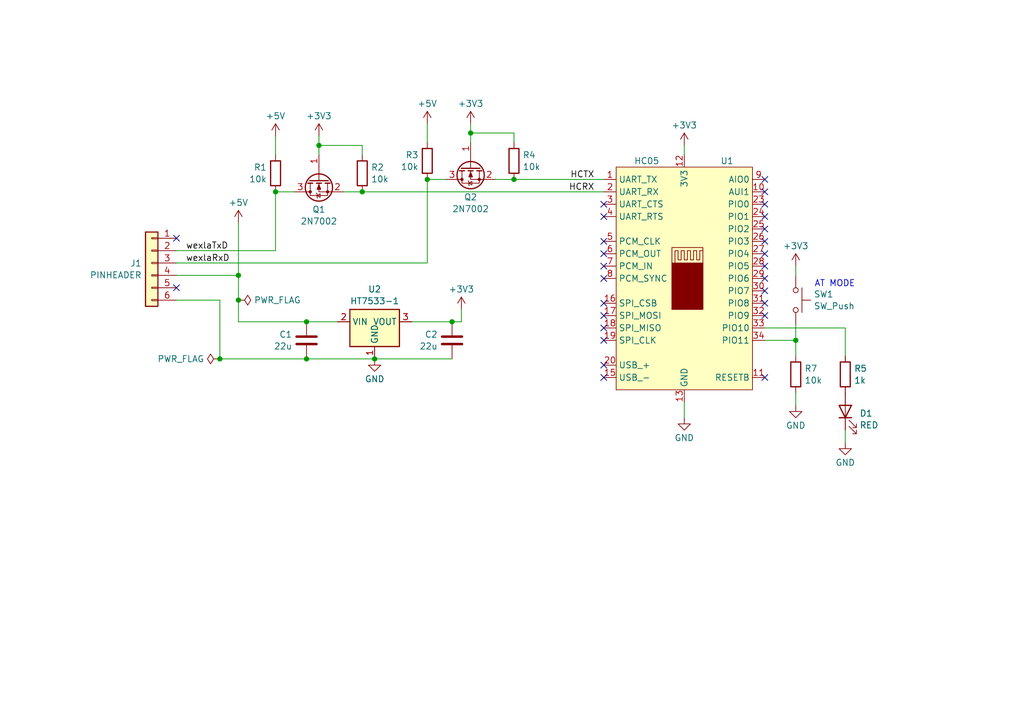
<source format=kicad_sch>
(kicad_sch (version 20230121) (generator eeschema)
  (paper "A5")
  (title_block (title "hWexla Wireless Diagnostic Adapter") (date "2024-02-27") (rev "1.1") (company "Model Railroader Club Brno I – KMŽ Brno I – https://kmz-brno.cz/") (comment 1 "Jan Horáček") (comment 2 "https://github.com/kmzbrnoI/hwexla") (comment 3 "https://creativecommons.org/licenses/by-sa/4.0/") (comment 4 "Released under the Creative Commons Attribution-ShareAlike 4.0 License"))
  (lib_symbols
    (symbol "Connector_Generic:Conn_01x06" (pin_names (offset 1.016) hide)
      (property "Reference" "J" (at 0 7.62 0))
      (property "Value" "Conn_01x06" (at 0 -10.16 0))
      (symbol "Conn_01x06_1_1"
        (rectangle (start -1.27 -7.493) (end 0 -7.747) (stroke (width 0.1524)))
        (rectangle (start -1.27 -4.953) (end 0 -5.207) (stroke (width 0.1524)))
        (rectangle (start -1.27 -2.413) (end 0 -2.667) (stroke (width 0.1524)))
        (rectangle (start -1.27 0.127) (end 0 -0.127) (stroke (width 0.1524)))
        (rectangle (start -1.27 2.667) (end 0 2.413) (stroke (width 0.1524)))
        (rectangle (start -1.27 5.207) (end 0 4.953) (stroke (width 0.1524)))
        (rectangle (start -1.27 6.35) (end 1.27 -8.89) (stroke (width 0.254)) (fill (type background)))
        (pin passive line (at -5.08 5.08 0) (length 3.81) (name "Pin_1") (number "1"))
        (pin passive line (at -5.08 2.54 0) (length 3.81) (name "Pin_2") (number "2"))
        (pin passive line (at -5.08 0 0) (length 3.81) (name "Pin_3") (number "3"))
        (pin passive line (at -5.08 -2.54 0) (length 3.81) (name "Pin_4") (number "4"))
        (pin passive line (at -5.08 -5.08 0) (length 3.81) (name "Pin_5") (number "5"))
        (pin passive line (at -5.08 -7.62 0) (length 3.81) (name "Pin_6") (number "6"))
      )
    )
    (symbol "Device:C" (pin_numbers hide) (pin_names (offset 0.254))
      (property "Reference" "C" (at 0.635 2.54 0))
      (property "Value" "C" (at 0.635 -2.54 0))
      (symbol "C_0_1"
        (polyline (pts (xy -2.032 -0.762) (xy 2.032 -0.762)) (stroke (width 0.508)))
        (polyline (pts (xy -2.032 0.762) (xy 2.032 0.762)) (stroke (width 0.508)))
      )
      (symbol "C_1_1"
        (pin passive line (at 0 3.81 270) (length 2.794) (name "~") (number "1"))
        (pin passive line (at 0 -3.81 90) (length 2.794) (name "~") (number "2"))
      )
    )
    (symbol "Device:LED" (pin_numbers hide) (pin_names (offset 1.016) hide)
      (property "Reference" "D" (at 0 2.54 0))
      (property "Value" "LED" (at 0 -2.54 0))
      (symbol "LED_0_1"
        (polyline (pts (xy -1.27 -1.27) (xy -1.27 1.27)) (stroke (width 0.254)))
        (polyline (pts (xy -1.27 0) (xy 1.27 0)))
        (polyline (pts (xy 1.27 -1.27) (xy 1.27 1.27) (xy -1.27 0) (xy 1.27 -1.27)) (stroke (width 0.254)))
        (polyline (pts (xy -3.048 -0.762) (xy -4.572 -2.286) (xy -3.81 -2.286) (xy -4.572 -2.286) (xy -4.572 -1.524)))
        (polyline (pts (xy -1.778 -0.762) (xy -3.302 -2.286) (xy -2.54 -2.286) (xy -3.302 -2.286) (xy -3.302 -1.524)))
      )
      (symbol "LED_1_1"
        (pin passive line (at -3.81 0 0) (length 2.54) (name "K") (number "1"))
        (pin passive line (at 3.81 0 180) (length 2.54) (name "A") (number "2"))
      )
    )
    (symbol "Device:R" (pin_numbers hide) (pin_names (offset 0))
      (property "Reference" "R" (at 2.032 0 90))
      (property "Value" "R" (at 0 0 90))
      (symbol "R_0_1"
        (rectangle (start -1.016 -2.54) (end 1.016 2.54) (stroke (width 0.254)))
      )
      (symbol "R_1_1"
        (pin passive line (at 0 3.81 270) (length 1.27) (name "~") (number "1"))
        (pin passive line (at 0 -3.81 90) (length 1.27) (name "~") (number "2"))
      )
    )
    (symbol "Regulator_Linear:HT75xx-1-SOT89"
      (property "Reference" "U" (at -5.08 -3.81 0))
      (property "Value" "HT75xx-1-SOT89" (at 0 6.35 0))
      (symbol "HT75xx-1-SOT89_0_1"
        (rectangle (start -5.08 5.08) (end 5.08 -2.54) (stroke (width 0.254)) (fill (type background)))
      )
      (symbol "HT75xx-1-SOT89_1_1"
        (pin power_in line (at 0 -5.08 90) (length 2.54) (name "GND") (number "1"))
        (pin power_in line (at -7.62 2.54 0) (length 2.54) (name "VIN") (number "2"))
        (pin power_out line (at 7.62 2.54 180) (length 2.54) (name "VOUT") (number "3"))
      )
    )
    (symbol "Switch:SW_Push" (pin_numbers hide) (pin_names (offset 1.016) hide)
      (property "Reference" "SW" (at 1.27 2.54 0))
      (property "Value" "SW_Push" (at 0 -1.524 0))
      (symbol "SW_Push_0_1"
        (circle (center -2.032 0) (radius 0.508))
        (polyline (pts (xy 0 1.27) (xy 0 3.048)))
        (polyline (pts (xy 2.54 1.27) (xy -2.54 1.27)))
        (circle (center 2.032 0) (radius 0.508))
        (pin passive line (at -5.08 0 0) (length 2.54) (name "1") (number "1"))
        (pin passive line (at 5.08 0 180) (length 2.54) (name "2") (number "2"))
      )
    )
    (symbol "Transistor_FET:2N7002" (pin_names hide)
      (property "Reference" "Q" (at 5.08 1.905 0))
      (property "Value" "2N7002" (at 5.08 0 0))
      (symbol "2N7002_0_1"
        (polyline (pts (xy 0.254 0) (xy -2.54 0)))
        (polyline (pts (xy 0.254 1.905) (xy 0.254 -1.905)) (stroke (width 0.254)))
        (polyline (pts (xy 0.762 -1.27) (xy 0.762 -2.286)) (stroke (width 0.254)))
        (polyline (pts (xy 0.762 0.508) (xy 0.762 -0.508)) (stroke (width 0.254)))
        (polyline (pts (xy 0.762 2.286) (xy 0.762 1.27)) (stroke (width 0.254)))
        (polyline (pts (xy 2.54 2.54) (xy 2.54 1.778)))
        (polyline (pts (xy 2.54 -2.54) (xy 2.54 0) (xy 0.762 0)))
        (polyline (pts (xy 0.762 -1.778) (xy 3.302 -1.778) (xy 3.302 1.778) (xy 0.762 1.778)))
        (polyline (pts (xy 1.016 0) (xy 2.032 0.381) (xy 2.032 -0.381) (xy 1.016 0)) (fill (type outline)))
        (polyline (pts (xy 2.794 0.508) (xy 2.921 0.381) (xy 3.683 0.381) (xy 3.81 0.254)))
        (polyline (pts (xy 3.302 0.381) (xy 2.921 -0.254) (xy 3.683 -0.254) (xy 3.302 0.381)))
        (circle (center 1.651 0) (radius 2.794) (stroke (width 0.254)))
        (circle (center 2.54 -1.778) (radius 0.254) (fill (type outline)))
        (circle (center 2.54 1.778) (radius 0.254) (fill (type outline)))
      )
      (symbol "2N7002_1_1"
        (pin input line (at -5.08 0 0) (length 2.54) (name "G") (number "1"))
        (pin passive line (at 2.54 -5.08 90) (length 2.54) (name "S") (number "2"))
        (pin passive line (at 2.54 5.08 270) (length 2.54) (name "D") (number "3"))
      )
    )
    (symbol "hc05:HC05"
      (property "Reference" "U" (at 0 2.54 0))
      (property "Value" "HC05" (at 0 0 0))
      (symbol "HC05_1_1"
        (rectangle (start -5.08 -1.27) (end 22.86 -46.99) (fill (type background)))
        (polyline (pts (xy 10.795 -20.955) (xy 10.795 -18.415) (xy 10.16 -18.415) (xy 10.16 -20.32) (xy 9.525 -20.32) (xy 9.525 -18.415) (xy 8.89 -18.415) (xy 8.89 -20.32) (xy 8.255 -20.32) (xy 8.255 -18.415) (xy 7.62 -18.415) (xy 7.62 -20.32) (xy 6.985 -20.32) (xy 6.985 -18.415) (xy 6.35 -18.415) (xy 6.35 -20.32) (xy 5.715 -20.32) (xy 5.715 -18.415) (xy 5.08 -18.415)))
        (rectangle (start 5.08 -20.955) (end 11.43 -30.48) (fill (type outline)))
        (rectangle (start 5.08 -17.78) (end 11.43 -30.48))
        (pin output line (at 25.4 -3.81 180) (length 2.54) (name "UART_TX") (number "1"))
        (pin bidirectional line (at -7.62 -6.35 0) (length 2.54) (name "AUI1") (number "10"))
        (pin input line (at -7.62 -44.45 0) (length 2.54) (name "RESETB") (number "11"))
        (pin power_in line (at 8.89 1.27 270) (length 2.54) (name "3V3") (number "12"))
        (pin power_in line (at 8.89 -49.53 90) (length 2.54) (name "GND") (number "13"))
        (pin bidirectional line (at 25.4 -44.45 180) (length 2.54) (name "USB_-") (number "15"))
        (pin input line (at 25.4 -29.21 180) (length 2.54) (name "SPI_CSB") (number "16"))
        (pin input line (at 25.4 -31.75 180) (length 2.54) (name "SPI_MOSI") (number "17"))
        (pin input line (at 25.4 -34.29 180) (length 2.54) (name "SPI_MISO") (number "18"))
        (pin input line (at 25.4 -36.83 180) (length 2.54) (name "SPI_CLK") (number "19"))
        (pin input line (at 25.4 -6.35 180) (length 2.54) (name "UART_RX") (number "2"))
        (pin bidirectional line (at 25.4 -41.91 180) (length 2.54) (name "USB_+") (number "20"))
        (pin power_in line (at 8.89 -49.53 90) (length 2.54) hide (name "GND") (number "21"))
        (pin power_in line (at 8.89 -49.53 90) (length 2.54) hide (name "GND") (number "22"))
        (pin bidirectional line (at -7.62 -8.89 0) (length 2.54) (name "PIO0") (number "23"))
        (pin bidirectional line (at -7.62 -11.43 0) (length 2.54) (name "PIO1") (number "24"))
        (pin bidirectional line (at -7.62 -13.97 0) (length 2.54) (name "PIO2") (number "25"))
        (pin bidirectional line (at -7.62 -16.51 0) (length 2.54) (name "PIO3") (number "26"))
        (pin bidirectional line (at -7.62 -19.05 0) (length 2.54) (name "PIO4") (number "27"))
        (pin bidirectional line (at -7.62 -21.59 0) (length 2.54) (name "PIO5") (number "28"))
        (pin bidirectional line (at -7.62 -24.13 0) (length 2.54) (name "PIO6") (number "29"))
        (pin input line (at 25.4 -8.89 180) (length 2.54) (name "UART_CTS") (number "3"))
        (pin bidirectional line (at -7.62 -26.67 0) (length 2.54) (name "PIO7") (number "30"))
        (pin bidirectional line (at -7.62 -29.21 0) (length 2.54) (name "PIO8") (number "31"))
        (pin bidirectional line (at -7.62 -31.75 0) (length 2.54) (name "PIO9") (number "32"))
        (pin bidirectional line (at -7.62 -34.29 0) (length 2.54) (name "PIO10") (number "33"))
        (pin bidirectional line (at -7.62 -36.83 0) (length 2.54) (name "PIO11") (number "34"))
        (pin output line (at 25.4 -11.43 180) (length 2.54) (name "UART_RTS") (number "4"))
        (pin bidirectional line (at 25.4 -16.51 180) (length 2.54) (name "PCM_CLK") (number "5"))
        (pin output line (at 25.4 -19.05 180) (length 2.54) (name "PCM_OUT") (number "6"))
        (pin input line (at 25.4 -21.59 180) (length 2.54) (name "PCM_IN") (number "7"))
        (pin bidirectional line (at 25.4 -24.13 180) (length 2.54) (name "PCM_SYNC") (number "8"))
        (pin bidirectional line (at -7.62 -3.81 0) (length 2.54) (name "AIO0") (number "9"))
      )
    )
    (symbol "power:+3V3" (power) (pin_names (offset 0))
      (property "Value" "+3V3" (at 0 3.556 0))
      (symbol "+3V3_0_1"
        (polyline (pts (xy -0.762 1.27) (xy 0 2.54)))
        (polyline (pts (xy 0 0) (xy 0 2.54)))
        (polyline (pts (xy 0 2.54) (xy 0.762 1.27)))
      )
      (symbol "+3V3_1_1"
        (pin power_in line (at 0 0 90) (length 0) hide (name "+3V3") (number "1"))
      )
    )
    (symbol "power:+5V" (power) (pin_names (offset 0))
      (property "Value" "+5V" (at 0 3.556 0))
      (symbol "+5V_0_1"
        (polyline (pts (xy -0.762 1.27) (xy 0 2.54)))
        (polyline (pts (xy 0 0) (xy 0 2.54)))
        (polyline (pts (xy 0 2.54) (xy 0.762 1.27)))
      )
      (symbol "+5V_1_1"
        (pin power_in line (at 0 0 90) (length 0) hide (name "+5V") (number "1"))
      )
    )
    (symbol "power:GND" (power) (pin_names (offset 0))
      (property "Value" "GND" (at 0 -3.81 0))
      (symbol "GND_0_1"
        (polyline (pts (xy 0 0) (xy 0 -1.27) (xy 1.27 -1.27) (xy 0 -2.54) (xy -1.27 -1.27) (xy 0 -1.27)))
      )
      (symbol "GND_1_1"
        (pin power_in line (at 0 0 270) (length 0) hide (name "GND") (number "1"))
      )
    )
    (symbol "power:PWR_FLAG" (power) (pin_numbers hide) (pin_names (offset 0) hide)
      (property "Value" "PWR_FLAG" (at 0 3.81 0))
      (symbol "PWR_FLAG_0_0"
        (pin power_out line (at 0 0 90) (length 0) (name "pwr") (number "1"))
      )
      (symbol "PWR_FLAG_0_1"
        (polyline (pts (xy 0 0) (xy 0 1.27) (xy -1.016 1.905) (xy 0 2.54) (xy 1.016 1.905) (xy 0 1.27)))
      )
    )
  )
  (junction (at 87.63 36.83))
  (junction (at 48.895 61.595))
  (junction (at 62.865 66.04))
  (junction (at 65.405 29.845))
  (junction (at 96.52 27.305))
  (junction (at 92.71 66.04))
  (junction (at 105.41 36.83))
  (junction (at 45.085 73.66))
  (junction (at 48.895 56.515))
  (junction (at 62.865 73.66))
  (junction (at 163.195 69.85))
  (junction (at 74.295 39.37))
  (junction (at 56.515 39.37))
  (junction (at 76.835 73.66))
  (no_connect (at 156.845 59.69))
  (no_connect (at 156.845 77.47))
  (no_connect (at 123.825 57.15))
  (no_connect (at 123.825 52.07))
  (no_connect (at 156.845 39.37))
  (no_connect (at 156.845 36.83))
  (no_connect (at 123.825 69.85))
  (no_connect (at 123.825 54.61))
  (no_connect (at 156.845 57.15))
  (no_connect (at 156.845 49.53))
  (no_connect (at 156.845 41.91))
  (no_connect (at 123.825 64.77))
  (no_connect (at 156.845 46.99))
  (no_connect (at 36.195 48.895))
  (no_connect (at 123.825 67.31))
  (no_connect (at 123.825 41.91))
  (no_connect (at 36.195 59.055))
  (no_connect (at 156.845 64.77))
  (no_connect (at 156.845 54.61))
  (no_connect (at 156.845 52.07))
  (no_connect (at 123.825 74.93))
  (no_connect (at 156.845 44.45))
  (no_connect (at 123.825 49.53))
  (no_connect (at 123.825 77.47))
  (no_connect (at 123.825 44.45))
  (no_connect (at 156.845 62.23))
  (no_connect (at 123.825 62.23))
  (wire (pts (xy 96.52 27.305) (xy 96.52 29.21)))
  (wire (pts (xy 62.865 73.66) (xy 76.835 73.66)))
  (wire (pts (xy 163.195 80.645) (xy 163.195 83.185)))
  (wire (pts (xy 48.895 61.595) (xy 48.895 56.515)))
  (wire (pts (xy 173.355 67.31) (xy 173.355 73.025)))
  (wire (pts (xy 74.295 29.845) (xy 65.405 29.845)))
  (wire (pts (xy 96.52 25.4) (xy 96.52 27.305)))
  (wire (pts (xy 76.835 73.66) (xy 92.71 73.66)))
  (wire (pts (xy 36.195 51.435) (xy 56.515 51.435)))
  (wire (pts (xy 84.455 66.04) (xy 92.71 66.04)))
  (wire (pts (xy 65.405 29.845) (xy 65.405 31.75)))
  (wire (pts (xy 91.44 36.83) (xy 87.63 36.83)))
  (wire (pts (xy 92.71 66.04) (xy 94.615 66.04)))
  (wire (pts (xy 62.865 66.04) (xy 69.215 66.04)))
  (wire (pts (xy 48.895 66.04) (xy 48.895 61.595)))
  (wire (pts (xy 105.41 29.21) (xy 105.41 27.305)))
  (wire (pts (xy 70.485 39.37) (xy 74.295 39.37)))
  (wire (pts (xy 48.895 66.04) (xy 62.865 66.04)))
  (wire (pts (xy 163.195 54.61) (xy 163.195 56.515)))
  (wire (pts (xy 56.515 27.94) (xy 56.515 31.75)))
  (wire (pts (xy 163.195 69.85) (xy 163.195 73.025)))
  (wire (pts (xy 105.41 27.305) (xy 96.52 27.305)))
  (wire (pts (xy 48.895 56.515) (xy 36.195 56.515)))
  (wire (pts (xy 140.335 85.725) (xy 140.335 82.55)))
  (wire (pts (xy 94.615 63.5) (xy 94.615 66.04)))
  (wire (pts (xy 74.295 39.37) (xy 123.825 39.37)))
  (wire (pts (xy 140.335 29.845) (xy 140.335 31.75)))
  (wire (pts (xy 87.63 25.4) (xy 87.63 29.21)))
  (wire (pts (xy 45.085 73.66) (xy 45.085 61.595)))
  (wire (pts (xy 156.845 69.85) (xy 163.195 69.85)))
  (wire (pts (xy 87.63 36.83) (xy 87.63 53.975)))
  (wire (pts (xy 74.295 31.75) (xy 74.295 29.845)))
  (wire (pts (xy 60.325 39.37) (xy 56.515 39.37)))
  (wire (pts (xy 105.41 36.83) (xy 123.825 36.83)))
  (wire (pts (xy 48.895 45.72) (xy 48.895 56.515)))
  (wire (pts (xy 163.195 69.85) (xy 163.195 66.675)))
  (wire (pts (xy 156.845 67.31) (xy 173.355 67.31)))
  (wire (pts (xy 56.515 39.37) (xy 56.515 51.435)))
  (wire (pts (xy 173.355 88.265) (xy 173.355 90.805)))
  (wire (pts (xy 36.195 53.975) (xy 87.63 53.975)))
  (wire (pts (xy 101.6 36.83) (xy 105.41 36.83)))
  (wire (pts (xy 45.085 73.66) (xy 62.865 73.66)))
  (wire (pts (xy 45.085 61.595) (xy 36.195 61.595)))
  (wire (pts (xy 65.405 27.94) (xy 65.405 29.845)))
  (text "AT MODE" (at 167.005 59.055 0) (effects (font (size 1.27 1.27)) (justify left bottom)))
  (label "wexlaRxD" (at 38.1 53.975 0))
  (label "HCTX" (at 121.92 36.83 180))
  (label "wexlaTxD" (at 38.1 51.435 0))
  (label "HCRX" (at 121.92 39.37 180))
  (symbol (lib_id "Device:R") (at 56.515 35.56 0) (mirror y) (unit 1)
    (property "Reference" "R1" (at 54.737 34.3479 0) (effects (justify left)))
    (property "Value" "10k" (at 54.737 36.7721 0) (effects (justify left)))
    (property "Footprint" "Resistor_SMD:R_0805_2012Metric" (effects hide))
  )
  (symbol (lib_id "Device:R") (at 87.63 33.02 0) (mirror y) (unit 1)
    (property "Reference" "R3" (at 85.852 31.8079 0) (effects (justify left)))
    (property "Value" "10k" (at 85.852 34.2321 0) (effects (justify left)))
    (property "Footprint" "Resistor_SMD:R_0805_2012Metric" (effects hide))
  )
  (symbol (lib_id "Device:LED") (at 173.355 84.455 90) (unit 1)
    (property "Reference" "D1" (at 176.276 84.8304 90) (effects (justify right)))
    (property "Value" "RED" (at 176.276 87.2546 90) (effects (justify right)))
    (property "Footprint" "LED_SMD:LED_0805_2012Metric" (effects hide))
  )
  (symbol (lib_id "power:+3V3") (at 163.195 54.61 0) (unit 1)
    (property "Reference" "#PWR010" (effects hide))
    (property "Value" "+3V3" (at 163.195 50.4769 0))
  )
  (symbol (lib_id "power:+3V3") (at 96.52 25.4 0) (unit 1)
    (property "Reference" "#PWR09" (effects hide))
    (property "Value" "+3V3" (at 96.52 21.2669 0))
  )
  (symbol (lib_id "Connector_Generic:Conn_01x06") (at 31.115 53.975 0) (mirror y) (unit 1)
    (property "Reference" "J1" (at 29.083 54.0329 0) (effects (justify left)))
    (property "Value" "PINHEADER" (at 29.083 56.4571 0) (effects (justify left)))
    (property "Footprint" "Connector_PinHeader_2.54mm:PinHeader_1x06_P2.54mm_Vertical_SMD_Pin1Left" (effects hide))
  )
  (symbol (lib_id "power:PWR_FLAG") (at 48.895 61.595 270) (unit 1)
    (property "Reference" "#FLG01" (effects hide))
    (property "Value" "PWR_FLAG" (at 52.07 61.595 90) (effects (justify left)))
  )
  (symbol (lib_id "power:GND") (at 163.195 83.185 0) (unit 1)
    (property "Reference" "#PWR013" (effects hide))
    (property "Value" "GND" (at 163.195 87.3181 0))
  )
  (symbol (lib_id "Transistor_FET:2N7002") (at 96.52 34.29 90) (mirror x) (unit 1)
    (property "Reference" "Q2" (at 96.52 40.4551 90))
    (property "Value" "2N7002" (at 96.52 42.8793 90))
    (property "Footprint" "Package_TO_SOT_SMD:SOT-23" (effects hide))
    (property "Datasheet" "https://www.onsemi.com/pub/Collateral/NDS7002A-D.PDF" (effects hide))
  )
  (symbol (lib_id "power:+5V") (at 87.63 25.4 0) (mirror y) (unit 1)
    (property "Reference" "#PWR08" (effects hide))
    (property "Value" "+5V" (at 87.63 21.2669 0))
  )
  (symbol (lib_id "power:PWR_FLAG") (at 45.085 73.66 90) (unit 1)
    (property "Reference" "#FLG02" (effects hide))
    (property "Value" "PWR_FLAG" (at 41.9101 73.66 90) (effects (justify left)))
  )
  (symbol (lib_id "power:+3V3") (at 65.405 27.94 0) (unit 1)
    (property "Reference" "#PWR01" (effects hide))
    (property "Value" "+3V3" (at 65.405 23.8069 0))
  )
  (symbol (lib_id "power:+5V") (at 48.895 45.72 0) (mirror y) (unit 1)
    (property "Reference" "#PWR02" (effects hide))
    (property "Value" "+5V" (at 48.895 41.5869 0))
  )
  (symbol (lib_id "Transistor_FET:2N7002") (at 65.405 36.83 90) (mirror x) (unit 1)
    (property "Reference" "Q1" (at 65.405 42.9951 90))
    (property "Value" "2N7002" (at 65.405 45.4193 90))
    (property "Footprint" "Package_TO_SOT_SMD:SOT-23" (effects hide))
    (property "Datasheet" "https://www.onsemi.com/pub/Collateral/NDS7002A-D.PDF" (effects hide))
  )
  (symbol (lib_id "Switch:SW_Push") (at 163.195 61.595 270) (unit 1)
    (property "Reference" "SW1" (at 166.878 60.3829 90) (effects (justify left)))
    (property "Value" "SW_Push" (at 166.878 62.8071 90) (effects (justify left)))
    (property "Footprint" "Button_Switch_SMD:SW_SPST_EVQPE1" (effects hide))
  )
  (symbol (lib_id "Device:R") (at 105.41 33.02 0) (unit 1)
    (property "Reference" "R4" (at 107.188 31.8079 0) (effects (justify left)))
    (property "Value" "10k" (at 107.188 34.2321 0) (effects (justify left)))
    (property "Footprint" "Resistor_SMD:R_0805_2012Metric" (effects hide))
  )
  (symbol (lib_id "power:+3V3") (at 140.335 29.845 0) (unit 1)
    (property "Reference" "#PWR06" (effects hide))
    (property "Value" "+3V3" (at 140.335 25.7119 0))
  )
  (symbol (lib_id "power:GND") (at 173.355 90.805 0) (unit 1)
    (property "Reference" "#PWR011" (effects hide))
    (property "Value" "GND" (at 173.355 94.9381 0))
  )
  (symbol (lib_id "Regulator_Linear:HT75xx-1-SOT89") (at 76.835 68.58 0) (unit 1)
    (property "Reference" "U2" (at 76.835 59.3557 0))
    (property "Value" "HT7533-1" (at 76.835 61.7799 0))
    (property "Footprint" "Package_TO_SOT_SMD:SOT-89-3" (effects hide))
    (property "Datasheet" "https://www.holtek.com/documents/10179/116711/HT75xx-1v250.pdf" (effects hide))
  )
  (symbol (lib_id "hc05:HC05") (at 149.225 33.02 0) (mirror y) (unit 1)
    (property "Reference" "U1" (at 150.495 33.02 0) (effects (justify left)))
    (property "Value" "HC05" (at 135.255 33.02 0) (effects (justify left)))
    (property "Footprint" "hc05:HC05" (effects hide))
  )
  (symbol (lib_id "power:GND") (at 76.835 73.66 0) (mirror y) (unit 1)
    (property "Reference" "#PWR04" (effects hide))
    (property "Value" "GND" (at 76.835 77.7931 0))
  )
  (symbol (lib_id "Device:R") (at 173.355 76.835 0) (unit 1)
    (property "Reference" "R5" (at 175.133 75.6229 0) (effects (justify left)))
    (property "Value" "1k" (at 175.133 78.0471 0) (effects (justify left)))
    (property "Footprint" "Resistor_SMD:R_0805_2012Metric" (effects hide))
  )
  (symbol (lib_id "Device:R") (at 74.295 35.56 0) (unit 1)
    (property "Reference" "R2" (at 76.073 34.3479 0) (effects (justify left)))
    (property "Value" "10k" (at 76.073 36.7721 0) (effects (justify left)))
    (property "Footprint" "Resistor_SMD:R_0805_2012Metric" (effects hide))
  )
  (symbol (lib_id "Device:C") (at 92.71 69.85 0) (mirror y) (unit 1)
    (property "Reference" "C2" (at 89.789 68.6379 0) (effects (justify left)))
    (property "Value" "22u" (at 89.789 71.0621 0) (effects (justify left)))
    (property "Footprint" "Capacitor_SMD:C_0805_2012Metric" (effects hide))
  )
  (symbol (lib_id "power:GND") (at 140.335 85.725 0) (mirror y) (unit 1)
    (property "Reference" "#PWR03" (effects hide))
    (property "Value" "GND" (at 140.335 89.8581 0))
  )
  (symbol (lib_id "power:+5V") (at 56.515 27.94 0) (mirror y) (unit 1)
    (property "Reference" "#PWR07" (effects hide))
    (property "Value" "+5V" (at 56.515 23.8069 0))
  )
  (symbol (lib_id "power:+3V3") (at 94.615 63.5 0) (unit 1)
    (property "Reference" "#PWR05" (effects hide))
    (property "Value" "+3V3" (at 94.615 59.3669 0))
  )
  (symbol (lib_id "Device:R") (at 163.195 76.835 0) (unit 1)
    (property "Reference" "R7" (at 164.973 75.6229 0) (effects (justify left)))
    (property "Value" "10k" (at 164.973 78.0471 0) (effects (justify left)))
    (property "Footprint" "Resistor_SMD:R_0805_2012Metric" (effects hide))
  )
  (symbol (lib_id "Device:C") (at 62.865 69.85 0) (mirror y) (unit 1)
    (property "Reference" "C1" (at 59.944 68.6379 0) (effects (justify left)))
    (property "Value" "22u" (at 59.944 71.0621 0) (effects (justify left)))
    (property "Footprint" "Capacitor_SMD:C_0805_2012Metric" (effects hide))
  )
)
</source>
